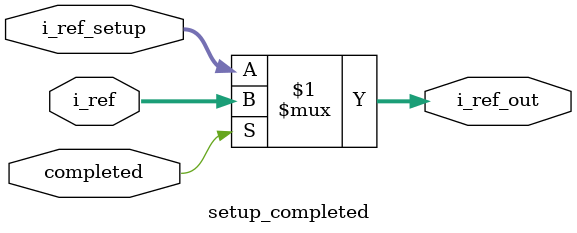
<source format=v>
module setup_completed #(parameter WIDTH = 10) (
  input  [WIDTH-1:0] i_ref      ,
  input  [WIDTH-1:0] i_ref_setup,
  input              completed  ,
  output [WIDTH-1:0] i_ref_out
);

  assign i_ref_out = completed ? i_ref : i_ref_setup;


endmodule
</source>
